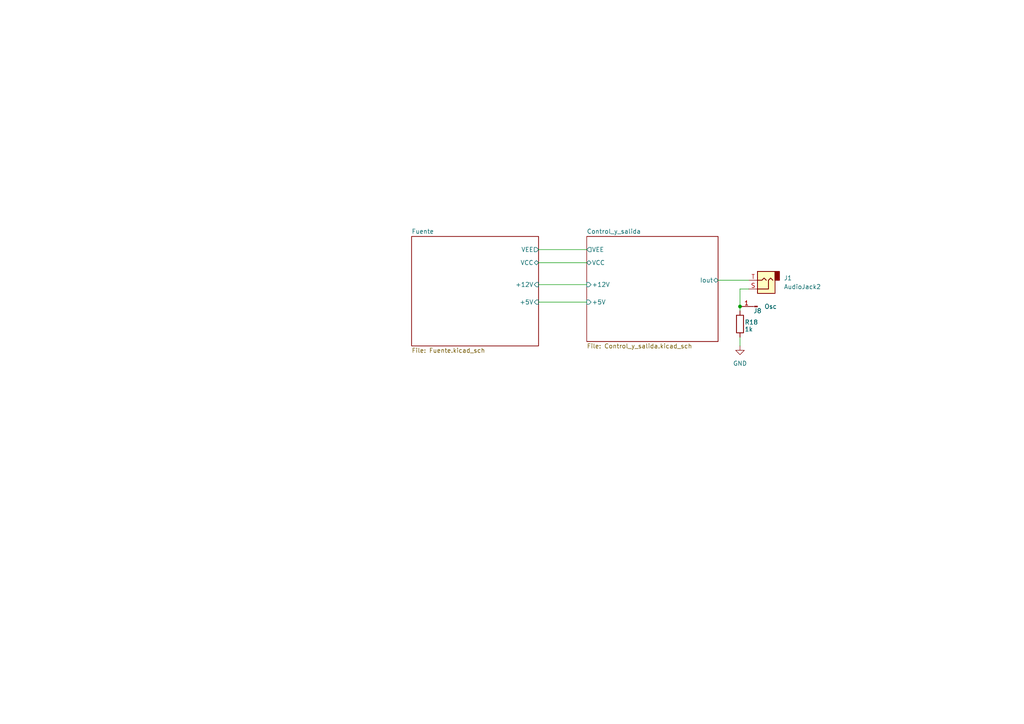
<source format=kicad_sch>
(kicad_sch (version 20231120) (generator "eeschema") (generator_version "8.0")
  (paper "A4")
  (title_block (title "Electroestimulador_p_corriente") (date "2022-08-21") (rev "1") (company "FaCENA-UNNE") (comment 1 "Dispositivo para relevamiento de umbrales de sensibilidad tactil.") (comment 2 "Tesis MIB: García Cabrera, Jeremías A."))
  (lib_symbols
    (symbol "Connector:AudioJack2"
      (property "Reference" "J" (at 0 8.89 0))
      (property "Value" "AudioJack2" (at 0 6.35 0))
      (symbol "AudioJack2_0_1"
        (rectangle (start -3.81 0) (end -2.54 -2.54) (stroke (width 0.254)) (fill (type outline)))
        (rectangle (start -2.54 3.81) (end 2.54 -2.54) (stroke (width 0.254)) (fill (type background)))
        (polyline (pts (xy 0 0) (xy 0.635 -0.635) (xy 1.27 0) (xy 2.54 0)) (stroke (width 0.254)))
        (polyline (pts (xy 2.54 2.54) (xy -0.635 2.54) (xy -0.635 0) (xy -1.27 -0.635) (xy -1.905 0)) (stroke (width 0.254)))
      )
      (symbol "AudioJack2_1_1"
        (pin passive line (at 5.08 2.54 180) (length 2.54) (name "~") (number "S"))
        (pin passive line (at 5.08 0 180) (length 2.54) (name "~") (number "T"))
      )
    )
    (symbol "Connector:Conn_01x01_Male" (pin_names (offset 1.016) hide)
      (property "Reference" "J" (at 0 2.54 0))
      (property "Value" "Conn_01x01_Male" (at 0 -2.54 0))
      (symbol "Conn_01x01_Male_1_1"
        (polyline (pts (xy 1.27 0) (xy 0.8636 0)) (stroke (width 0.1524)))
        (rectangle (start 0.8636 0.127) (end 0 -0.127) (stroke (width 0.1524)) (fill (type outline)))
        (pin passive line (at 5.08 0 180) (length 3.81) (name "Pin_1") (number "1"))
      )
    )
    (symbol "Device:R" (pin_numbers hide) (pin_names (offset 0))
      (property "Reference" "R" (at 2.032 0 90))
      (property "Value" "R" (at 0 0 90))
      (symbol "R_0_1"
        (rectangle (start -1.016 -2.54) (end 1.016 2.54) (stroke (width 0.254)))
      )
      (symbol "R_1_1"
        (pin passive line (at 0 3.81 270) (length 1.27) (name "~") (number "1"))
        (pin passive line (at 0 -3.81 90) (length 1.27) (name "~") (number "2"))
      )
    )
    (symbol "power:GND" (power) (pin_names (offset 0))
      (property "Value" "GND" (at 0 -3.81 0))
      (symbol "GND_0_1"
        (polyline (pts (xy 0 0) (xy 0 -1.27) (xy 1.27 -1.27) (xy 0 -2.54) (xy -1.27 -1.27) (xy 0 -1.27)))
      )
      (symbol "GND_1_1"
        (pin power_in line (at 0 0 270) (length 0) hide (name "GND") (number "1"))
      )
    )
  )
  (junction (at 214.63 88.9))
  (wire (pts (xy 217.17 83.82) (xy 214.63 83.82)))
  (wire (pts (xy 156.21 72.39) (xy 170.18 72.39)))
  (wire (pts (xy 156.21 76.2) (xy 170.18 76.2)))
  (wire (pts (xy 214.63 88.9) (xy 214.63 90.17)))
  (wire (pts (xy 156.21 87.63) (xy 170.18 87.63)))
  (wire (pts (xy 214.63 97.79) (xy 214.63 100.33)))
  (wire (pts (xy 214.63 83.82) (xy 214.63 88.9)))
  (wire (pts (xy 156.21 82.55) (xy 170.18 82.55)))
  (wire (pts (xy 208.28 81.28) (xy 217.17 81.28)))
  (symbol (lib_id "Device:R") (at 214.63 93.98 180) (unit 1)
    (property "Reference" "R18" (at 217.932 93.472 0))
    (property "Value" "1k" (at 217.17 95.504 0))
    (property "Footprint" "Resistor_THT:R_Axial_DIN0207_L6.3mm_D2.5mm_P10.16mm_Horizontal" (effects (hide yes)))
    (property "Potencia" "1/8w" (effects (hide yes)))
    (property "Tolerancia" "1%" (effects (hide yes)))
  )
  (symbol (lib_id "Connector:Conn_01x01_Male") (at 219.71 88.9 180) (unit 1)
    (property "Reference" "J8" (at 219.71 90.17 0))
    (property "Value" "Osc" (at 223.52 88.9 0))
    (property "Footprint" "Connector_Pin:Pin_D0.9mm_L10.0mm_W2.4mm_FlatFork" (effects (hide yes)))
    (property "Description" "Para lectura por Shunt de 1k" (effects (hide yes)))
  )
  (symbol (lib_id "Connector:AudioJack2") (at 222.25 81.28 180) (unit 1)
    (property "Reference" "J1" (at 227.33 80.6449 0) (effects (justify right)))
    (property "Value" "AudioJack2" (at 227.33 83.1849 0) (effects (justify right)))
    (property "Footprint" "Connector_Audio:Jack_3.5mm_Ledino_KB3SPRS_Horizontal" (effects (hide yes)))
  )
  (symbol (lib_id "power:GND") (at 214.63 100.33 0) (unit 1)
    (property "Reference" "#PWR01" (effects (hide yes)))
    (property "Value" "GND" (at 214.63 105.41 0))
  )
  (sheet (at 170.18 68.58) (size 38.1 30.48) (stroke (width 0.1524))
    (property "Sheetname" "Control_y_salida" (at 170.18 67.8684 0) (effects (justify left bottom)))
    (property "Sheetfile" "Control_y_salida.kicad_sch" (at 170.18 99.6446 0) (effects (justify left top)))
    (pin "+5V" input (at 170.18 87.63 180))
    (pin "Iout" bidirectional (at 208.28 81.28 0))
    (pin "+12V" input (at 170.18 82.55 180))
    (pin "VEE" output (at 170.18 72.39 180))
    (pin "VCC" bidirectional (at 170.18 76.2 180))
  )
  (sheet (at 119.38 68.58) (size 36.83 31.75) (stroke (width 0.1524))
    (property "Sheetname" "Fuente" (at 119.38 67.8684 0) (effects (justify left bottom)))
    (property "Sheetfile" "Fuente.kicad_sch" (at 119.38 100.9146 0) (effects (justify left top)))
    (pin "+5V" input (at 156.21 87.63 0))
    (pin "+12V" input (at 156.21 82.55 0))
    (pin "VCC" bidirectional (at 156.21 76.2 0))
    (pin "VEE" output (at 156.21 72.39 0))
  )
)
</source>
